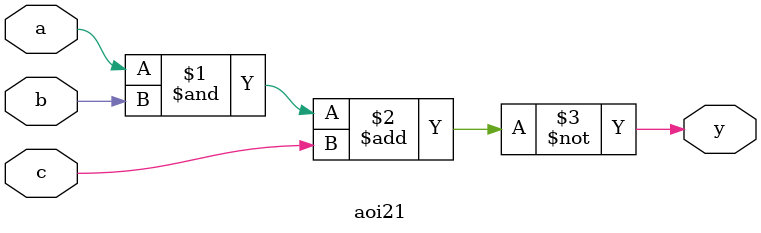
<source format=v>
`timescale 1ns / 1ps


module aoi21(output y, input a, b, c);

assign y = ~((a&b)+c);

endmodule

</source>
